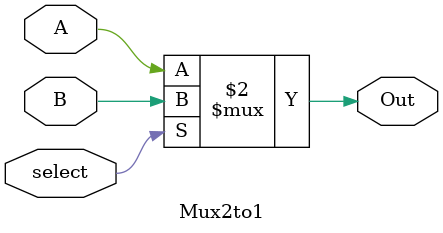
<source format=v>
module Mux2to1(input A, B, select, output Out);
    assign Out = (select == 0) ? A : B;
endmodule

</source>
